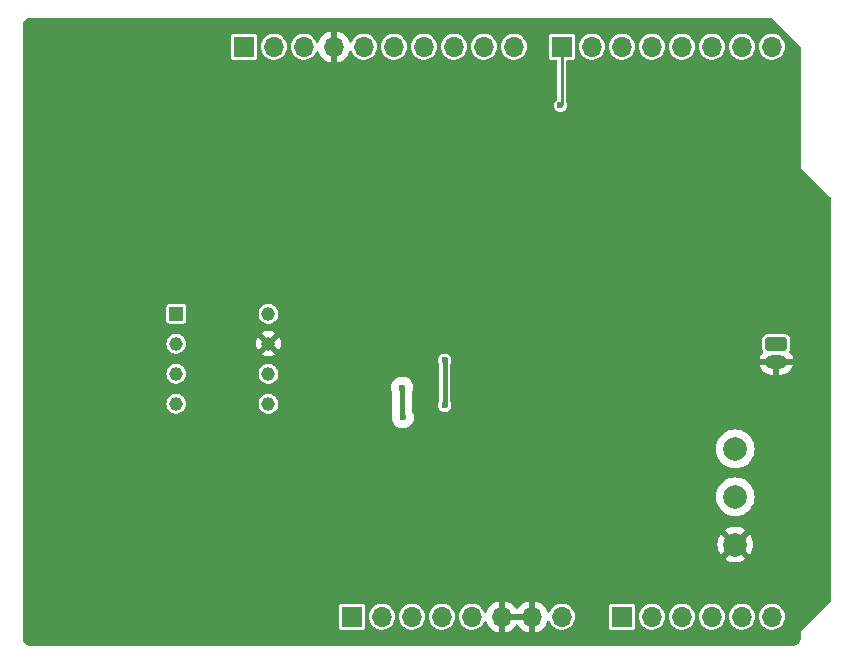
<source format=gbr>
%TF.GenerationSoftware,KiCad,Pcbnew,7.0.11-7.0.11~ubuntu22.04.1*%
%TF.CreationDate,2024-03-05T16:26:23-05:00*%
%TF.ProjectId,PCB,5043422e-6b69-4636-9164-5f7063625858,rev?*%
%TF.SameCoordinates,Original*%
%TF.FileFunction,Copper,L2,Bot*%
%TF.FilePolarity,Positive*%
%FSLAX46Y46*%
G04 Gerber Fmt 4.6, Leading zero omitted, Abs format (unit mm)*
G04 Created by KiCad (PCBNEW 7.0.11-7.0.11~ubuntu22.04.1) date 2024-03-05 16:26:23*
%MOMM*%
%LPD*%
G01*
G04 APERTURE LIST*
G04 Aperture macros list*
%AMRoundRect*
0 Rectangle with rounded corners*
0 $1 Rounding radius*
0 $2 $3 $4 $5 $6 $7 $8 $9 X,Y pos of 4 corners*
0 Add a 4 corners polygon primitive as box body*
4,1,4,$2,$3,$4,$5,$6,$7,$8,$9,$2,$3,0*
0 Add four circle primitives for the rounded corners*
1,1,$1+$1,$2,$3*
1,1,$1+$1,$4,$5*
1,1,$1+$1,$6,$7*
1,1,$1+$1,$8,$9*
0 Add four rect primitives between the rounded corners*
20,1,$1+$1,$2,$3,$4,$5,0*
20,1,$1+$1,$4,$5,$6,$7,0*
20,1,$1+$1,$6,$7,$8,$9,0*
20,1,$1+$1,$8,$9,$2,$3,0*%
G04 Aperture macros list end*
%TA.AperFunction,ComponentPad*%
%ADD10R,1.700000X1.700000*%
%TD*%
%TA.AperFunction,ComponentPad*%
%ADD11O,1.700000X1.700000*%
%TD*%
%TA.AperFunction,ComponentPad*%
%ADD12C,2.000000*%
%TD*%
%TA.AperFunction,ComponentPad*%
%ADD13R,1.159000X1.159000*%
%TD*%
%TA.AperFunction,ComponentPad*%
%ADD14C,1.159000*%
%TD*%
%TA.AperFunction,ComponentPad*%
%ADD15RoundRect,0.250000X-0.685000X0.335000X-0.685000X-0.335000X0.685000X-0.335000X0.685000X0.335000X0*%
%TD*%
%TA.AperFunction,ComponentPad*%
%ADD16O,1.870000X1.170000*%
%TD*%
%TA.AperFunction,ViaPad*%
%ADD17C,0.600000*%
%TD*%
%TA.AperFunction,Conductor*%
%ADD18C,0.250000*%
%TD*%
%TA.AperFunction,Conductor*%
%ADD19C,0.400000*%
%TD*%
G04 APERTURE END LIST*
D10*
%TO.P,J1,1,Pin_1*%
%TO.N,unconnected-(J1-Pin_1-Pad1)*%
X127940000Y-97460000D03*
D11*
%TO.P,J1,2,Pin_2*%
%TO.N,/IOREF*%
X130480000Y-97460000D03*
%TO.P,J1,3,Pin_3*%
%TO.N,/~{RESET}*%
X133020000Y-97460000D03*
%TO.P,J1,4,Pin_4*%
%TO.N,+3V3*%
X135560000Y-97460000D03*
%TO.P,J1,5,Pin_5*%
%TO.N,+5V*%
X138100000Y-97460000D03*
%TO.P,J1,6,Pin_6*%
%TO.N,GND*%
X140640000Y-97460000D03*
%TO.P,J1,7,Pin_7*%
X143180000Y-97460000D03*
%TO.P,J1,8,Pin_8*%
%TO.N,VCC*%
X145720000Y-97460000D03*
%TD*%
D10*
%TO.P,J3,1,Pin_1*%
%TO.N,/A0*%
X150800000Y-97460000D03*
D11*
%TO.P,J3,2,Pin_2*%
%TO.N,/A1*%
X153340000Y-97460000D03*
%TO.P,J3,3,Pin_3*%
%TO.N,/A2*%
X155880000Y-97460000D03*
%TO.P,J3,4,Pin_4*%
%TO.N,/A3*%
X158420000Y-97460000D03*
%TO.P,J3,5,Pin_5*%
%TO.N,/SDA{slash}A4*%
X160960000Y-97460000D03*
%TO.P,J3,6,Pin_6*%
%TO.N,/SCL{slash}A5*%
X163500000Y-97460000D03*
%TD*%
D10*
%TO.P,J2,1,Pin_1*%
%TO.N,unconnected-(J2-Pin_1-Pad1)*%
X118796000Y-49200000D03*
D11*
%TO.P,J2,2,Pin_2*%
%TO.N,unconnected-(J2-Pin_2-Pad2)*%
X121336000Y-49200000D03*
%TO.P,J2,3,Pin_3*%
%TO.N,/AREF*%
X123876000Y-49200000D03*
%TO.P,J2,4,Pin_4*%
%TO.N,GND*%
X126416000Y-49200000D03*
%TO.P,J2,5,Pin_5*%
%TO.N,/13*%
X128956000Y-49200000D03*
%TO.P,J2,6,Pin_6*%
%TO.N,/12*%
X131496000Y-49200000D03*
%TO.P,J2,7,Pin_7*%
%TO.N,/\u002A11*%
X134036000Y-49200000D03*
%TO.P,J2,8,Pin_8*%
%TO.N,/\u002A10*%
X136576000Y-49200000D03*
%TO.P,J2,9,Pin_9*%
%TO.N,/\u002A9*%
X139116000Y-49200000D03*
%TO.P,J2,10,Pin_10*%
%TO.N,/8*%
X141656000Y-49200000D03*
%TD*%
D10*
%TO.P,J4,1,Pin_1*%
%TO.N,/7*%
X145720000Y-49200000D03*
D11*
%TO.P,J4,2,Pin_2*%
%TO.N,/\u002A6*%
X148260000Y-49200000D03*
%TO.P,J4,3,Pin_3*%
%TO.N,/\u002A5*%
X150800000Y-49200000D03*
%TO.P,J4,4,Pin_4*%
%TO.N,/4*%
X153340000Y-49200000D03*
%TO.P,J4,5,Pin_5*%
%TO.N,/\u002A3*%
X155880000Y-49200000D03*
%TO.P,J4,6,Pin_6*%
%TO.N,/2*%
X158420000Y-49200000D03*
%TO.P,J4,7,Pin_7*%
%TO.N,/TX{slash}1*%
X160960000Y-49200000D03*
%TO.P,J4,8,Pin_8*%
%TO.N,/RX{slash}0*%
X163500000Y-49200000D03*
%TD*%
D12*
%TO.P,J8,1,Pin_1*%
%TO.N,GND*%
X160401200Y-91350000D03*
%TD*%
D13*
%TO.P,U1,1,Vdd*%
%TO.N,+5V*%
X113074500Y-71806000D03*
D14*
%TO.P,U1,2,~{CS}*%
%TO.N,/\u002A6*%
X113074500Y-74346000D03*
%TO.P,U1,3,SCK*%
%TO.N,/\u002A5*%
X113074500Y-76886000D03*
%TO.P,U1,4,SDI*%
%TO.N,/4*%
X113074500Y-79426000D03*
%TO.P,U1,5,~{LDAC}*%
%TO.N,/7*%
X120884500Y-79426000D03*
%TO.P,U1,6,Vref*%
%TO.N,Net-(U1-Vref)*%
X120884500Y-76886000D03*
%TO.P,U1,7,Vss*%
%TO.N,GND*%
X120884500Y-74346000D03*
%TO.P,U1,8,Vout*%
%TO.N,Net-(U1-Vout)*%
X120884500Y-71806000D03*
%TD*%
D12*
%TO.P,J5,1,Pin_1*%
%TO.N,HT*%
X160401200Y-83250000D03*
%TD*%
D15*
%TO.P,J6,1,Pin_1*%
%TO.N,Net-(J6-Pin_1)*%
X163881000Y-74370000D03*
D16*
%TO.P,J6,2,Pin_2*%
%TO.N,GND*%
X163881000Y-75870000D03*
%TD*%
D12*
%TO.P,J7,1,Pin_1*%
%TO.N,-VSW*%
X160401200Y-87300000D03*
%TD*%
D17*
%TO.N,GND*%
X137592000Y-73711000D03*
X123749000Y-75743000D03*
X119612858Y-67923858D03*
X145250500Y-78956500D03*
X123749000Y-75743000D03*
X123749000Y-67996000D03*
%TO.N,/7*%
X145593000Y-54153000D03*
%TO.N,Net-(C2-Pad1)*%
X135814000Y-79553000D03*
X135814000Y-75743000D03*
%TO.N,-VSW*%
X132219500Y-78067500D03*
X132258000Y-80569000D03*
%TD*%
D18*
%TO.N,/7*%
X145593000Y-54153000D02*
X145720000Y-54026000D01*
X145720000Y-54026000D02*
X145720000Y-49200000D01*
D19*
%TO.N,Net-(C2-Pad1)*%
X135814000Y-75743000D02*
X135814000Y-79553000D01*
%TO.N,-VSW*%
X132219500Y-80530500D02*
X132258000Y-80569000D01*
X132219500Y-78067500D02*
X132219500Y-80530500D01*
%TD*%
%TA.AperFunction,Conductor*%
%TO.N,GND*%
G36*
X142720507Y-97250156D02*
G01*
X142680000Y-97388111D01*
X142680000Y-97531889D01*
X142720507Y-97669844D01*
X142746314Y-97710000D01*
X141073686Y-97710000D01*
X141099493Y-97669844D01*
X141140000Y-97531889D01*
X141140000Y-97388111D01*
X141099493Y-97250156D01*
X141073686Y-97210000D01*
X142746314Y-97210000D01*
X142720507Y-97250156D01*
G37*
%TD.AperFunction*%
%TA.AperFunction,Conductor*%
G36*
X163484404Y-46755185D02*
G01*
X163505046Y-46771819D01*
X165928181Y-49194954D01*
X165961666Y-49256277D01*
X165964500Y-49282635D01*
X165964500Y-59315019D01*
X165961963Y-59334292D01*
X165964028Y-59357896D01*
X165964500Y-59368702D01*
X165964500Y-59373315D01*
X165965300Y-59377855D01*
X165966710Y-59388564D01*
X165967181Y-59393956D01*
X165971651Y-59403541D01*
X165978451Y-59411644D01*
X165978452Y-59411645D01*
X165979500Y-59412250D01*
X166005185Y-59431958D01*
X168468181Y-61894954D01*
X168501666Y-61956277D01*
X168504500Y-61982635D01*
X168504500Y-96107363D01*
X168484815Y-96174402D01*
X168468181Y-96195044D01*
X166018418Y-98644806D01*
X166003001Y-98656636D01*
X165987760Y-98674799D01*
X165980464Y-98682761D01*
X165977197Y-98686027D01*
X165974546Y-98689814D01*
X165967975Y-98698378D01*
X165964501Y-98702518D01*
X165960881Y-98712463D01*
X165959960Y-98722998D01*
X165960274Y-98724169D01*
X165964500Y-98756265D01*
X165964500Y-99231907D01*
X165963903Y-99244062D01*
X165952505Y-99359778D01*
X165947763Y-99383618D01*
X165917832Y-99482290D01*
X165915789Y-99489024D01*
X165906486Y-99511482D01*
X165854561Y-99608627D01*
X165841056Y-99628839D01*
X165771176Y-99713988D01*
X165753988Y-99731176D01*
X165668839Y-99801056D01*
X165648627Y-99814561D01*
X165551482Y-99866486D01*
X165529028Y-99875787D01*
X165487028Y-99888528D01*
X165423618Y-99907763D01*
X165399778Y-99912505D01*
X165291162Y-99923203D01*
X165284060Y-99923903D01*
X165271907Y-99924500D01*
X100768093Y-99924500D01*
X100755939Y-99923903D01*
X100747995Y-99923120D01*
X100640221Y-99912505D01*
X100616381Y-99907763D01*
X100599445Y-99902625D01*
X100510968Y-99875786D01*
X100488517Y-99866486D01*
X100391372Y-99814561D01*
X100371160Y-99801056D01*
X100286011Y-99731176D01*
X100268823Y-99713988D01*
X100198943Y-99628839D01*
X100185438Y-99608627D01*
X100133510Y-99511476D01*
X100124215Y-99489037D01*
X100092234Y-99383612D01*
X100087494Y-99359777D01*
X100076097Y-99244061D01*
X100075500Y-99231907D01*
X100075500Y-98335063D01*
X126835500Y-98335063D01*
X126850266Y-98409301D01*
X126906515Y-98493484D01*
X126940234Y-98516014D01*
X126990699Y-98549734D01*
X126990702Y-98549734D01*
X126990703Y-98549735D01*
X127015666Y-98554700D01*
X127064933Y-98564500D01*
X128815066Y-98564499D01*
X128889301Y-98549734D01*
X128973484Y-98493484D01*
X129029734Y-98409301D01*
X129044500Y-98335067D01*
X129044499Y-97460000D01*
X129370768Y-97460000D01*
X129389654Y-97663816D01*
X129445673Y-97860704D01*
X129536912Y-98043935D01*
X129660269Y-98207287D01*
X129811537Y-98345185D01*
X129811539Y-98345187D01*
X129985569Y-98452942D01*
X129985575Y-98452945D01*
X130026010Y-98468609D01*
X130176444Y-98526888D01*
X130377653Y-98564500D01*
X130377656Y-98564500D01*
X130582344Y-98564500D01*
X130582347Y-98564500D01*
X130783556Y-98526888D01*
X130974427Y-98452944D01*
X131148462Y-98345186D01*
X131299732Y-98207285D01*
X131423088Y-98043935D01*
X131514328Y-97860701D01*
X131570345Y-97663821D01*
X131589232Y-97460000D01*
X131910768Y-97460000D01*
X131929654Y-97663816D01*
X131985673Y-97860704D01*
X132076912Y-98043935D01*
X132200269Y-98207287D01*
X132351537Y-98345185D01*
X132351539Y-98345187D01*
X132525569Y-98452942D01*
X132525575Y-98452945D01*
X132566010Y-98468609D01*
X132716444Y-98526888D01*
X132917653Y-98564500D01*
X132917656Y-98564500D01*
X133122344Y-98564500D01*
X133122347Y-98564500D01*
X133323556Y-98526888D01*
X133514427Y-98452944D01*
X133688462Y-98345186D01*
X133839732Y-98207285D01*
X133963088Y-98043935D01*
X134054328Y-97860701D01*
X134110345Y-97663821D01*
X134129232Y-97460000D01*
X134450768Y-97460000D01*
X134469654Y-97663816D01*
X134525673Y-97860704D01*
X134616912Y-98043935D01*
X134740269Y-98207287D01*
X134891537Y-98345185D01*
X134891539Y-98345187D01*
X135065569Y-98452942D01*
X135065575Y-98452945D01*
X135106010Y-98468609D01*
X135256444Y-98526888D01*
X135457653Y-98564500D01*
X135457656Y-98564500D01*
X135662344Y-98564500D01*
X135662347Y-98564500D01*
X135863556Y-98526888D01*
X136054427Y-98452944D01*
X136228462Y-98345186D01*
X136379732Y-98207285D01*
X136503088Y-98043935D01*
X136594328Y-97860701D01*
X136650345Y-97663821D01*
X136669232Y-97460000D01*
X136990768Y-97460000D01*
X137009654Y-97663816D01*
X137065673Y-97860704D01*
X137156912Y-98043935D01*
X137280269Y-98207287D01*
X137431537Y-98345185D01*
X137431539Y-98345187D01*
X137605569Y-98452942D01*
X137605575Y-98452945D01*
X137646010Y-98468609D01*
X137796444Y-98526888D01*
X137997653Y-98564500D01*
X137997656Y-98564500D01*
X138202344Y-98564500D01*
X138202347Y-98564500D01*
X138403556Y-98526888D01*
X138594427Y-98452944D01*
X138768462Y-98345186D01*
X138919732Y-98207285D01*
X139043088Y-98043935D01*
X139128380Y-97872645D01*
X139175883Y-97821408D01*
X139243545Y-97803987D01*
X139309886Y-97825912D01*
X139353841Y-97880224D01*
X139359155Y-97895823D01*
X139366567Y-97923485D01*
X139366570Y-97923492D01*
X139466399Y-98137578D01*
X139601894Y-98331082D01*
X139768917Y-98498105D01*
X139962421Y-98633600D01*
X140176507Y-98733429D01*
X140176516Y-98733433D01*
X140390000Y-98790634D01*
X140390000Y-97895501D01*
X140497685Y-97944680D01*
X140604237Y-97960000D01*
X140675763Y-97960000D01*
X140782315Y-97944680D01*
X140890000Y-97895501D01*
X140890000Y-98790633D01*
X141103483Y-98733433D01*
X141103492Y-98733429D01*
X141317578Y-98633600D01*
X141511082Y-98498105D01*
X141678105Y-98331082D01*
X141808425Y-98144968D01*
X141863002Y-98101344D01*
X141932501Y-98094151D01*
X141994855Y-98125673D01*
X142011575Y-98144968D01*
X142141894Y-98331082D01*
X142308917Y-98498105D01*
X142502421Y-98633600D01*
X142716507Y-98733429D01*
X142716516Y-98733433D01*
X142930000Y-98790634D01*
X142930000Y-97895501D01*
X143037685Y-97944680D01*
X143144237Y-97960000D01*
X143215763Y-97960000D01*
X143322315Y-97944680D01*
X143430000Y-97895501D01*
X143430000Y-98790633D01*
X143643483Y-98733433D01*
X143643492Y-98733429D01*
X143857578Y-98633600D01*
X144051082Y-98498105D01*
X144218105Y-98331082D01*
X144353600Y-98137578D01*
X144453429Y-97923492D01*
X144453435Y-97923478D01*
X144460844Y-97895826D01*
X144497207Y-97836165D01*
X144560054Y-97805634D01*
X144629429Y-97813928D01*
X144683308Y-97858412D01*
X144691619Y-97872645D01*
X144776912Y-98043935D01*
X144900269Y-98207287D01*
X145051537Y-98345185D01*
X145051539Y-98345187D01*
X145225569Y-98452942D01*
X145225575Y-98452945D01*
X145266010Y-98468609D01*
X145416444Y-98526888D01*
X145617653Y-98564500D01*
X145617656Y-98564500D01*
X145822344Y-98564500D01*
X145822347Y-98564500D01*
X146023556Y-98526888D01*
X146214427Y-98452944D01*
X146388462Y-98345186D01*
X146399566Y-98335063D01*
X149695500Y-98335063D01*
X149710266Y-98409301D01*
X149766515Y-98493484D01*
X149800234Y-98516014D01*
X149850699Y-98549734D01*
X149850702Y-98549734D01*
X149850703Y-98549735D01*
X149875666Y-98554700D01*
X149924933Y-98564500D01*
X151675066Y-98564499D01*
X151749301Y-98549734D01*
X151833484Y-98493484D01*
X151889734Y-98409301D01*
X151904500Y-98335067D01*
X151904499Y-97460000D01*
X152230768Y-97460000D01*
X152249654Y-97663816D01*
X152305673Y-97860704D01*
X152396912Y-98043935D01*
X152520269Y-98207287D01*
X152671537Y-98345185D01*
X152671539Y-98345187D01*
X152845569Y-98452942D01*
X152845575Y-98452945D01*
X152886010Y-98468609D01*
X153036444Y-98526888D01*
X153237653Y-98564500D01*
X153237656Y-98564500D01*
X153442344Y-98564500D01*
X153442347Y-98564500D01*
X153643556Y-98526888D01*
X153834427Y-98452944D01*
X154008462Y-98345186D01*
X154159732Y-98207285D01*
X154283088Y-98043935D01*
X154374328Y-97860701D01*
X154430345Y-97663821D01*
X154449232Y-97460000D01*
X154770768Y-97460000D01*
X154789654Y-97663816D01*
X154845673Y-97860704D01*
X154936912Y-98043935D01*
X155060269Y-98207287D01*
X155211537Y-98345185D01*
X155211539Y-98345187D01*
X155385569Y-98452942D01*
X155385575Y-98452945D01*
X155426010Y-98468609D01*
X155576444Y-98526888D01*
X155777653Y-98564500D01*
X155777656Y-98564500D01*
X155982344Y-98564500D01*
X155982347Y-98564500D01*
X156183556Y-98526888D01*
X156374427Y-98452944D01*
X156548462Y-98345186D01*
X156699732Y-98207285D01*
X156823088Y-98043935D01*
X156914328Y-97860701D01*
X156970345Y-97663821D01*
X156989232Y-97460000D01*
X157310768Y-97460000D01*
X157329654Y-97663816D01*
X157385673Y-97860704D01*
X157476912Y-98043935D01*
X157600269Y-98207287D01*
X157751537Y-98345185D01*
X157751539Y-98345187D01*
X157925569Y-98452942D01*
X157925575Y-98452945D01*
X157966010Y-98468609D01*
X158116444Y-98526888D01*
X158317653Y-98564500D01*
X158317656Y-98564500D01*
X158522344Y-98564500D01*
X158522347Y-98564500D01*
X158723556Y-98526888D01*
X158914427Y-98452944D01*
X159088462Y-98345186D01*
X159239732Y-98207285D01*
X159363088Y-98043935D01*
X159454328Y-97860701D01*
X159510345Y-97663821D01*
X159529232Y-97460000D01*
X159850768Y-97460000D01*
X159869654Y-97663816D01*
X159925673Y-97860704D01*
X160016912Y-98043935D01*
X160140269Y-98207287D01*
X160291537Y-98345185D01*
X160291539Y-98345187D01*
X160465569Y-98452942D01*
X160465575Y-98452945D01*
X160506010Y-98468609D01*
X160656444Y-98526888D01*
X160857653Y-98564500D01*
X160857656Y-98564500D01*
X161062344Y-98564500D01*
X161062347Y-98564500D01*
X161263556Y-98526888D01*
X161454427Y-98452944D01*
X161628462Y-98345186D01*
X161779732Y-98207285D01*
X161903088Y-98043935D01*
X161994328Y-97860701D01*
X162050345Y-97663821D01*
X162069232Y-97460000D01*
X162390768Y-97460000D01*
X162409654Y-97663816D01*
X162465673Y-97860704D01*
X162556912Y-98043935D01*
X162680269Y-98207287D01*
X162831537Y-98345185D01*
X162831539Y-98345187D01*
X163005569Y-98452942D01*
X163005575Y-98452945D01*
X163046010Y-98468609D01*
X163196444Y-98526888D01*
X163397653Y-98564500D01*
X163397656Y-98564500D01*
X163602344Y-98564500D01*
X163602347Y-98564500D01*
X163803556Y-98526888D01*
X163994427Y-98452944D01*
X164168462Y-98345186D01*
X164319732Y-98207285D01*
X164443088Y-98043935D01*
X164534328Y-97860701D01*
X164590345Y-97663821D01*
X164609232Y-97460000D01*
X164590345Y-97256179D01*
X164534328Y-97059299D01*
X164443088Y-96876065D01*
X164319732Y-96712715D01*
X164319730Y-96712712D01*
X164168462Y-96574814D01*
X164168460Y-96574812D01*
X163994430Y-96467057D01*
X163994424Y-96467054D01*
X163843993Y-96408777D01*
X163803556Y-96393112D01*
X163602347Y-96355500D01*
X163397653Y-96355500D01*
X163196444Y-96393112D01*
X163196441Y-96393112D01*
X163196441Y-96393113D01*
X163005575Y-96467054D01*
X163005569Y-96467057D01*
X162831539Y-96574812D01*
X162831537Y-96574814D01*
X162680269Y-96712712D01*
X162556912Y-96876064D01*
X162465673Y-97059295D01*
X162409654Y-97256183D01*
X162390768Y-97459999D01*
X162390768Y-97460000D01*
X162069232Y-97460000D01*
X162050345Y-97256179D01*
X161994328Y-97059299D01*
X161903088Y-96876065D01*
X161779732Y-96712715D01*
X161779730Y-96712712D01*
X161628462Y-96574814D01*
X161628460Y-96574812D01*
X161454430Y-96467057D01*
X161454424Y-96467054D01*
X161303993Y-96408777D01*
X161263556Y-96393112D01*
X161062347Y-96355500D01*
X160857653Y-96355500D01*
X160656444Y-96393112D01*
X160656441Y-96393112D01*
X160656441Y-96393113D01*
X160465575Y-96467054D01*
X160465569Y-96467057D01*
X160291539Y-96574812D01*
X160291537Y-96574814D01*
X160140269Y-96712712D01*
X160016912Y-96876064D01*
X159925673Y-97059295D01*
X159869654Y-97256183D01*
X159850768Y-97459999D01*
X159850768Y-97460000D01*
X159529232Y-97460000D01*
X159510345Y-97256179D01*
X159454328Y-97059299D01*
X159363088Y-96876065D01*
X159239732Y-96712715D01*
X159239730Y-96712712D01*
X159088462Y-96574814D01*
X159088460Y-96574812D01*
X158914430Y-96467057D01*
X158914424Y-96467054D01*
X158763993Y-96408777D01*
X158723556Y-96393112D01*
X158522347Y-96355500D01*
X158317653Y-96355500D01*
X158116444Y-96393112D01*
X158116441Y-96393112D01*
X158116441Y-96393113D01*
X157925575Y-96467054D01*
X157925569Y-96467057D01*
X157751539Y-96574812D01*
X157751537Y-96574814D01*
X157600269Y-96712712D01*
X157476912Y-96876064D01*
X157385673Y-97059295D01*
X157329654Y-97256183D01*
X157310768Y-97459999D01*
X157310768Y-97460000D01*
X156989232Y-97460000D01*
X156970345Y-97256179D01*
X156914328Y-97059299D01*
X156823088Y-96876065D01*
X156699732Y-96712715D01*
X156699730Y-96712712D01*
X156548462Y-96574814D01*
X156548460Y-96574812D01*
X156374430Y-96467057D01*
X156374424Y-96467054D01*
X156223993Y-96408777D01*
X156183556Y-96393112D01*
X155982347Y-96355500D01*
X155777653Y-96355500D01*
X155576444Y-96393112D01*
X155576441Y-96393112D01*
X155576441Y-96393113D01*
X155385575Y-96467054D01*
X155385569Y-96467057D01*
X155211539Y-96574812D01*
X155211537Y-96574814D01*
X155060269Y-96712712D01*
X154936912Y-96876064D01*
X154845673Y-97059295D01*
X154789654Y-97256183D01*
X154770768Y-97459999D01*
X154770768Y-97460000D01*
X154449232Y-97460000D01*
X154430345Y-97256179D01*
X154374328Y-97059299D01*
X154283088Y-96876065D01*
X154159732Y-96712715D01*
X154159730Y-96712712D01*
X154008462Y-96574814D01*
X154008460Y-96574812D01*
X153834430Y-96467057D01*
X153834424Y-96467054D01*
X153683993Y-96408777D01*
X153643556Y-96393112D01*
X153442347Y-96355500D01*
X153237653Y-96355500D01*
X153036444Y-96393112D01*
X153036441Y-96393112D01*
X153036441Y-96393113D01*
X152845575Y-96467054D01*
X152845569Y-96467057D01*
X152671539Y-96574812D01*
X152671537Y-96574814D01*
X152520269Y-96712712D01*
X152396912Y-96876064D01*
X152305673Y-97059295D01*
X152249654Y-97256183D01*
X152230768Y-97459999D01*
X152230768Y-97460000D01*
X151904499Y-97460000D01*
X151904499Y-96584934D01*
X151889734Y-96510699D01*
X151860571Y-96467054D01*
X151833484Y-96426515D01*
X151783019Y-96392796D01*
X151749301Y-96370266D01*
X151749299Y-96370265D01*
X151749296Y-96370264D01*
X151675069Y-96355500D01*
X149924936Y-96355500D01*
X149850698Y-96370266D01*
X149766515Y-96426515D01*
X149710266Y-96510699D01*
X149710264Y-96510703D01*
X149695500Y-96584928D01*
X149695500Y-98335063D01*
X146399566Y-98335063D01*
X146539732Y-98207285D01*
X146663088Y-98043935D01*
X146754328Y-97860701D01*
X146810345Y-97663821D01*
X146829232Y-97460000D01*
X146810345Y-97256179D01*
X146754328Y-97059299D01*
X146663088Y-96876065D01*
X146539732Y-96712715D01*
X146539730Y-96712712D01*
X146388462Y-96574814D01*
X146388460Y-96574812D01*
X146214430Y-96467057D01*
X146214424Y-96467054D01*
X146063993Y-96408777D01*
X146023556Y-96393112D01*
X145822347Y-96355500D01*
X145617653Y-96355500D01*
X145416444Y-96393112D01*
X145416441Y-96393112D01*
X145416441Y-96393113D01*
X145225575Y-96467054D01*
X145225569Y-96467057D01*
X145051539Y-96574812D01*
X145051537Y-96574814D01*
X144900269Y-96712712D01*
X144776912Y-96876064D01*
X144691619Y-97047354D01*
X144644116Y-97098591D01*
X144576453Y-97116012D01*
X144510112Y-97094086D01*
X144466158Y-97039775D01*
X144460844Y-97024174D01*
X144453434Y-96996518D01*
X144453429Y-96996507D01*
X144353600Y-96782422D01*
X144353599Y-96782420D01*
X144218113Y-96588926D01*
X144218108Y-96588920D01*
X144051082Y-96421894D01*
X143857578Y-96286399D01*
X143643492Y-96186570D01*
X143643486Y-96186567D01*
X143430000Y-96129364D01*
X143430000Y-97024498D01*
X143322315Y-96975320D01*
X143215763Y-96960000D01*
X143144237Y-96960000D01*
X143037685Y-96975320D01*
X142930000Y-97024498D01*
X142930000Y-96129364D01*
X142929999Y-96129364D01*
X142716513Y-96186567D01*
X142716507Y-96186570D01*
X142502422Y-96286399D01*
X142502420Y-96286400D01*
X142308926Y-96421886D01*
X142308920Y-96421891D01*
X142141891Y-96588920D01*
X142141890Y-96588922D01*
X142011575Y-96775031D01*
X141956998Y-96818655D01*
X141887499Y-96825848D01*
X141825145Y-96794326D01*
X141808425Y-96775031D01*
X141678109Y-96588922D01*
X141678108Y-96588920D01*
X141511082Y-96421894D01*
X141317578Y-96286399D01*
X141103492Y-96186570D01*
X141103486Y-96186567D01*
X140890000Y-96129364D01*
X140890000Y-97024498D01*
X140782315Y-96975320D01*
X140675763Y-96960000D01*
X140604237Y-96960000D01*
X140497685Y-96975320D01*
X140390000Y-97024498D01*
X140390000Y-96129364D01*
X140389999Y-96129364D01*
X140176513Y-96186567D01*
X140176507Y-96186570D01*
X139962422Y-96286399D01*
X139962420Y-96286400D01*
X139768926Y-96421886D01*
X139768920Y-96421891D01*
X139601891Y-96588920D01*
X139601886Y-96588926D01*
X139466400Y-96782420D01*
X139466399Y-96782422D01*
X139366570Y-96996507D01*
X139366564Y-96996522D01*
X139359154Y-97024177D01*
X139322788Y-97083837D01*
X139259941Y-97114365D01*
X139190566Y-97106070D01*
X139136688Y-97061583D01*
X139128380Y-97047354D01*
X139116838Y-97024174D01*
X139043088Y-96876065D01*
X138919732Y-96712715D01*
X138919730Y-96712712D01*
X138768462Y-96574814D01*
X138768460Y-96574812D01*
X138594430Y-96467057D01*
X138594424Y-96467054D01*
X138443993Y-96408777D01*
X138403556Y-96393112D01*
X138202347Y-96355500D01*
X137997653Y-96355500D01*
X137796444Y-96393112D01*
X137796441Y-96393112D01*
X137796441Y-96393113D01*
X137605575Y-96467054D01*
X137605569Y-96467057D01*
X137431539Y-96574812D01*
X137431537Y-96574814D01*
X137280269Y-96712712D01*
X137156912Y-96876064D01*
X137065673Y-97059295D01*
X137009654Y-97256183D01*
X136990768Y-97459999D01*
X136990768Y-97460000D01*
X136669232Y-97460000D01*
X136650345Y-97256179D01*
X136594328Y-97059299D01*
X136503088Y-96876065D01*
X136379732Y-96712715D01*
X136379730Y-96712712D01*
X136228462Y-96574814D01*
X136228460Y-96574812D01*
X136054430Y-96467057D01*
X136054424Y-96467054D01*
X135903993Y-96408777D01*
X135863556Y-96393112D01*
X135662347Y-96355500D01*
X135457653Y-96355500D01*
X135256444Y-96393112D01*
X135256441Y-96393112D01*
X135256441Y-96393113D01*
X135065575Y-96467054D01*
X135065569Y-96467057D01*
X134891539Y-96574812D01*
X134891537Y-96574814D01*
X134740269Y-96712712D01*
X134616912Y-96876064D01*
X134525673Y-97059295D01*
X134469654Y-97256183D01*
X134450768Y-97459999D01*
X134450768Y-97460000D01*
X134129232Y-97460000D01*
X134110345Y-97256179D01*
X134054328Y-97059299D01*
X133963088Y-96876065D01*
X133839732Y-96712715D01*
X133839730Y-96712712D01*
X133688462Y-96574814D01*
X133688460Y-96574812D01*
X133514430Y-96467057D01*
X133514424Y-96467054D01*
X133363993Y-96408777D01*
X133323556Y-96393112D01*
X133122347Y-96355500D01*
X132917653Y-96355500D01*
X132716444Y-96393112D01*
X132716441Y-96393112D01*
X132716441Y-96393113D01*
X132525575Y-96467054D01*
X132525569Y-96467057D01*
X132351539Y-96574812D01*
X132351537Y-96574814D01*
X132200269Y-96712712D01*
X132076912Y-96876064D01*
X131985673Y-97059295D01*
X131929654Y-97256183D01*
X131910768Y-97459999D01*
X131910768Y-97460000D01*
X131589232Y-97460000D01*
X131570345Y-97256179D01*
X131514328Y-97059299D01*
X131423088Y-96876065D01*
X131299732Y-96712715D01*
X131299730Y-96712712D01*
X131148462Y-96574814D01*
X131148460Y-96574812D01*
X130974430Y-96467057D01*
X130974424Y-96467054D01*
X130823993Y-96408777D01*
X130783556Y-96393112D01*
X130582347Y-96355500D01*
X130377653Y-96355500D01*
X130176444Y-96393112D01*
X130176441Y-96393112D01*
X130176441Y-96393113D01*
X129985575Y-96467054D01*
X129985569Y-96467057D01*
X129811539Y-96574812D01*
X129811537Y-96574814D01*
X129660269Y-96712712D01*
X129536912Y-96876064D01*
X129445673Y-97059295D01*
X129389654Y-97256183D01*
X129370768Y-97459999D01*
X129370768Y-97460000D01*
X129044499Y-97460000D01*
X129044499Y-96584934D01*
X129029734Y-96510699D01*
X129000571Y-96467054D01*
X128973484Y-96426515D01*
X128923019Y-96392796D01*
X128889301Y-96370266D01*
X128889299Y-96370265D01*
X128889296Y-96370264D01*
X128815069Y-96355500D01*
X127064936Y-96355500D01*
X126990698Y-96370266D01*
X126906515Y-96426515D01*
X126850266Y-96510699D01*
X126850264Y-96510703D01*
X126835500Y-96584928D01*
X126835500Y-98335063D01*
X100075500Y-98335063D01*
X100075500Y-91350005D01*
X158896059Y-91350005D01*
X158916585Y-91597729D01*
X158916587Y-91597738D01*
X158977612Y-91838717D01*
X159077466Y-92066364D01*
X159177764Y-92219882D01*
X159918123Y-91479523D01*
X159941707Y-91559844D01*
X160019439Y-91680798D01*
X160128100Y-91774952D01*
X160258885Y-91834680D01*
X160268666Y-91836086D01*
X159531142Y-92573609D01*
X159577968Y-92610055D01*
X159577970Y-92610056D01*
X159796585Y-92728364D01*
X159796596Y-92728369D01*
X160031706Y-92809083D01*
X160276907Y-92850000D01*
X160525493Y-92850000D01*
X160770693Y-92809083D01*
X161005803Y-92728369D01*
X161005814Y-92728364D01*
X161224428Y-92610057D01*
X161224431Y-92610055D01*
X161271256Y-92573609D01*
X160533733Y-91836086D01*
X160543515Y-91834680D01*
X160674300Y-91774952D01*
X160782961Y-91680798D01*
X160860693Y-91559844D01*
X160884276Y-91479524D01*
X161624634Y-92219882D01*
X161724931Y-92066369D01*
X161824787Y-91838717D01*
X161885812Y-91597738D01*
X161885814Y-91597729D01*
X161906341Y-91350005D01*
X161906341Y-91349994D01*
X161885814Y-91102270D01*
X161885812Y-91102261D01*
X161824787Y-90861282D01*
X161724931Y-90633630D01*
X161624634Y-90480116D01*
X160884276Y-91220475D01*
X160860693Y-91140156D01*
X160782961Y-91019202D01*
X160674300Y-90925048D01*
X160543515Y-90865320D01*
X160533734Y-90863913D01*
X161271257Y-90126390D01*
X161271256Y-90126389D01*
X161224429Y-90089943D01*
X161005814Y-89971635D01*
X161005803Y-89971630D01*
X160770693Y-89890916D01*
X160525493Y-89850000D01*
X160276907Y-89850000D01*
X160031706Y-89890916D01*
X159796596Y-89971630D01*
X159796590Y-89971632D01*
X159577961Y-90089949D01*
X159531142Y-90126388D01*
X159531142Y-90126390D01*
X160268666Y-90863913D01*
X160258885Y-90865320D01*
X160128100Y-90925048D01*
X160019439Y-91019202D01*
X159941707Y-91140156D01*
X159918123Y-91220475D01*
X159177764Y-90480116D01*
X159077467Y-90633632D01*
X158977612Y-90861282D01*
X158916587Y-91102261D01*
X158916585Y-91102270D01*
X158896059Y-91349994D01*
X158896059Y-91350005D01*
X100075500Y-91350005D01*
X100075500Y-87300000D01*
X158760643Y-87300000D01*
X158780841Y-87556641D01*
X158840939Y-87806964D01*
X158939450Y-88044793D01*
X158939452Y-88044796D01*
X159073959Y-88264292D01*
X159073963Y-88264297D01*
X159149748Y-88353030D01*
X159241151Y-88460049D01*
X159366453Y-88567066D01*
X159436902Y-88627236D01*
X159436907Y-88627240D01*
X159656403Y-88761747D01*
X159656406Y-88761749D01*
X159894235Y-88860260D01*
X159894240Y-88860262D01*
X160144560Y-88920359D01*
X160401200Y-88940557D01*
X160657840Y-88920359D01*
X160908160Y-88860262D01*
X161027078Y-88811004D01*
X161145993Y-88761749D01*
X161145994Y-88761748D01*
X161145997Y-88761747D01*
X161365495Y-88627238D01*
X161561249Y-88460049D01*
X161728438Y-88264295D01*
X161862947Y-88044797D01*
X161961462Y-87806960D01*
X162021559Y-87556640D01*
X162041757Y-87300000D01*
X162021559Y-87043360D01*
X161961462Y-86793040D01*
X161961460Y-86793035D01*
X161862949Y-86555206D01*
X161862947Y-86555203D01*
X161728440Y-86335707D01*
X161728436Y-86335702D01*
X161668266Y-86265253D01*
X161561249Y-86139951D01*
X161454230Y-86048548D01*
X161365497Y-85972763D01*
X161365492Y-85972759D01*
X161145996Y-85838252D01*
X161145993Y-85838250D01*
X160908164Y-85739739D01*
X160657841Y-85679641D01*
X160401200Y-85659443D01*
X160144558Y-85679641D01*
X159894235Y-85739739D01*
X159656406Y-85838250D01*
X159656403Y-85838252D01*
X159436907Y-85972759D01*
X159436902Y-85972763D01*
X159241151Y-86139951D01*
X159073963Y-86335702D01*
X159073959Y-86335707D01*
X158939452Y-86555203D01*
X158939450Y-86555206D01*
X158840939Y-86793035D01*
X158780841Y-87043358D01*
X158760643Y-87300000D01*
X100075500Y-87300000D01*
X100075500Y-83250000D01*
X158760643Y-83250000D01*
X158780841Y-83506641D01*
X158840939Y-83756964D01*
X158939450Y-83994793D01*
X158939452Y-83994796D01*
X159073959Y-84214292D01*
X159073963Y-84214297D01*
X159149748Y-84303030D01*
X159241151Y-84410049D01*
X159366453Y-84517066D01*
X159436902Y-84577236D01*
X159436907Y-84577240D01*
X159656403Y-84711747D01*
X159656406Y-84711749D01*
X159894235Y-84810260D01*
X159894240Y-84810262D01*
X160144560Y-84870359D01*
X160401200Y-84890557D01*
X160657840Y-84870359D01*
X160908160Y-84810262D01*
X161027078Y-84761004D01*
X161145993Y-84711749D01*
X161145994Y-84711748D01*
X161145997Y-84711747D01*
X161365495Y-84577238D01*
X161561249Y-84410049D01*
X161728438Y-84214295D01*
X161862947Y-83994797D01*
X161961462Y-83756960D01*
X162021559Y-83506640D01*
X162041757Y-83250000D01*
X162021559Y-82993360D01*
X161961462Y-82743040D01*
X161961460Y-82743035D01*
X161862949Y-82505206D01*
X161862947Y-82505203D01*
X161728440Y-82285707D01*
X161728436Y-82285702D01*
X161668266Y-82215253D01*
X161561249Y-82089951D01*
X161454230Y-81998548D01*
X161365497Y-81922763D01*
X161365492Y-81922759D01*
X161145996Y-81788252D01*
X161145993Y-81788250D01*
X160908164Y-81689739D01*
X160657841Y-81629641D01*
X160401200Y-81609443D01*
X160144558Y-81629641D01*
X159894235Y-81689739D01*
X159656406Y-81788250D01*
X159656403Y-81788252D01*
X159436907Y-81922759D01*
X159436902Y-81922763D01*
X159241151Y-82089951D01*
X159073963Y-82285702D01*
X159073959Y-82285707D01*
X158939452Y-82505203D01*
X158939450Y-82505206D01*
X158840939Y-82743035D01*
X158780841Y-82993358D01*
X158760643Y-83250000D01*
X100075500Y-83250000D01*
X100075500Y-79426000D01*
X112235906Y-79426000D01*
X112254231Y-79600354D01*
X112254232Y-79600356D01*
X112308403Y-79767081D01*
X112308406Y-79767087D01*
X112396062Y-79918912D01*
X112513365Y-80049192D01*
X112513368Y-80049194D01*
X112513371Y-80049197D01*
X112593230Y-80107218D01*
X112655204Y-80152245D01*
X112716683Y-80179616D01*
X112815360Y-80223550D01*
X112986843Y-80260000D01*
X113162157Y-80260000D01*
X113333640Y-80223550D01*
X113493797Y-80152244D01*
X113635629Y-80049197D01*
X113646293Y-80037354D01*
X113726321Y-79948473D01*
X113752937Y-79918913D01*
X113840594Y-79767087D01*
X113894769Y-79600353D01*
X113913094Y-79426000D01*
X120045906Y-79426000D01*
X120064231Y-79600354D01*
X120064232Y-79600356D01*
X120118403Y-79767081D01*
X120118406Y-79767087D01*
X120206062Y-79918912D01*
X120323365Y-80049192D01*
X120323368Y-80049194D01*
X120323371Y-80049197D01*
X120403230Y-80107218D01*
X120465204Y-80152245D01*
X120526683Y-80179616D01*
X120625360Y-80223550D01*
X120796843Y-80260000D01*
X120972157Y-80260000D01*
X121143640Y-80223550D01*
X121303797Y-80152244D01*
X121445629Y-80049197D01*
X121456293Y-80037354D01*
X121536321Y-79948473D01*
X121562937Y-79918913D01*
X121650594Y-79767087D01*
X121704769Y-79600353D01*
X121723094Y-79426000D01*
X121704769Y-79251647D01*
X121650594Y-79084913D01*
X121562937Y-78933087D01*
X121445634Y-78802807D01*
X121445631Y-78802805D01*
X121445630Y-78802804D01*
X121445629Y-78802803D01*
X121374713Y-78751279D01*
X121303795Y-78699754D01*
X121180836Y-78645010D01*
X121143640Y-78628450D01*
X121143638Y-78628449D01*
X120972157Y-78592000D01*
X120796843Y-78592000D01*
X120625362Y-78628449D01*
X120465204Y-78699754D01*
X120323368Y-78802805D01*
X120323365Y-78802807D01*
X120206062Y-78933087D01*
X120118406Y-79084912D01*
X120118403Y-79084918D01*
X120064232Y-79251643D01*
X120064231Y-79251645D01*
X120045906Y-79426000D01*
X113913094Y-79426000D01*
X113894769Y-79251647D01*
X113840594Y-79084913D01*
X113752937Y-78933087D01*
X113635634Y-78802807D01*
X113635631Y-78802805D01*
X113635630Y-78802804D01*
X113635629Y-78802803D01*
X113564713Y-78751279D01*
X113493795Y-78699754D01*
X113370836Y-78645010D01*
X113333640Y-78628450D01*
X113333638Y-78628449D01*
X113162157Y-78592000D01*
X112986843Y-78592000D01*
X112815362Y-78628449D01*
X112655204Y-78699754D01*
X112513368Y-78802805D01*
X112513365Y-78802807D01*
X112396062Y-78933087D01*
X112308406Y-79084912D01*
X112308403Y-79084918D01*
X112254232Y-79251643D01*
X112254231Y-79251645D01*
X112235906Y-79426000D01*
X100075500Y-79426000D01*
X100075500Y-78067500D01*
X131278847Y-78067500D01*
X131299403Y-78263075D01*
X131299404Y-78263077D01*
X131360168Y-78450092D01*
X131360171Y-78450098D01*
X131367387Y-78462596D01*
X131384000Y-78524596D01*
X131384000Y-80211914D01*
X131377931Y-80250231D01*
X131337904Y-80373423D01*
X131337903Y-80373427D01*
X131317347Y-80569000D01*
X131337903Y-80764575D01*
X131337904Y-80764577D01*
X131398668Y-80951592D01*
X131398671Y-80951598D01*
X131496995Y-81121901D01*
X131628574Y-81268036D01*
X131628577Y-81268038D01*
X131628580Y-81268041D01*
X131787673Y-81383629D01*
X131967317Y-81463612D01*
X131967322Y-81463614D01*
X132159675Y-81504500D01*
X132356325Y-81504500D01*
X132548678Y-81463614D01*
X132728327Y-81383629D01*
X132887420Y-81268041D01*
X133019004Y-81121902D01*
X133117329Y-80951598D01*
X133178097Y-80764573D01*
X133198653Y-80569000D01*
X133178097Y-80373427D01*
X133117329Y-80186402D01*
X133071613Y-80107218D01*
X133055000Y-80045218D01*
X133055000Y-79553001D01*
X135254715Y-79553001D01*
X135273771Y-79697752D01*
X135273773Y-79697757D01*
X135329642Y-79832638D01*
X135329645Y-79832644D01*
X135418525Y-79948473D01*
X135418526Y-79948474D01*
X135534355Y-80037354D01*
X135534361Y-80037357D01*
X135562946Y-80049197D01*
X135669246Y-80093228D01*
X135741623Y-80102756D01*
X135813999Y-80112285D01*
X135814000Y-80112285D01*
X135814001Y-80112285D01*
X135862251Y-80105932D01*
X135958754Y-80093228D01*
X136093643Y-80037355D01*
X136209474Y-79948474D01*
X136298355Y-79832643D01*
X136354228Y-79697754D01*
X136373285Y-79553000D01*
X136354228Y-79408246D01*
X136298355Y-79273358D01*
X136294122Y-79267841D01*
X136268930Y-79202671D01*
X136268500Y-79192357D01*
X136268500Y-76103642D01*
X136288185Y-76036603D01*
X136294119Y-76028163D01*
X136298355Y-76022643D01*
X136354228Y-75887754D01*
X136373285Y-75743000D01*
X136357092Y-75620000D01*
X162470788Y-75620000D01*
X163523043Y-75620000D01*
X163471497Y-75709282D01*
X163442317Y-75837125D01*
X163452117Y-75967890D01*
X163500024Y-76089956D01*
X163523983Y-76120000D01*
X162475178Y-76120000D01*
X162501012Y-76226486D01*
X162587086Y-76414961D01*
X162587088Y-76414965D01*
X162707285Y-76583759D01*
X162857247Y-76726747D01*
X163031562Y-76838772D01*
X163223931Y-76915785D01*
X163427394Y-76955000D01*
X163631000Y-76955000D01*
X163631000Y-76226034D01*
X163690129Y-76266348D01*
X163815434Y-76305000D01*
X163913596Y-76305000D01*
X164010667Y-76290369D01*
X164128812Y-76233473D01*
X164131000Y-76231442D01*
X164131000Y-76955000D01*
X164282686Y-76955000D01*
X164437261Y-76940239D01*
X164437278Y-76940236D01*
X164636084Y-76881862D01*
X164820267Y-76786909D01*
X164983138Y-76658825D01*
X164983141Y-76658822D01*
X165118837Y-76502221D01*
X165222439Y-76322776D01*
X165290209Y-76126967D01*
X165290210Y-76126961D01*
X165291212Y-76120000D01*
X164238957Y-76120000D01*
X164290503Y-76030718D01*
X164319683Y-75902875D01*
X164309883Y-75772110D01*
X164261976Y-75650044D01*
X164238017Y-75620000D01*
X165286821Y-75620000D01*
X165260987Y-75513513D01*
X165174913Y-75325038D01*
X165174911Y-75325034D01*
X165054713Y-75156239D01*
X165019817Y-75122965D01*
X164984883Y-75062456D01*
X164988208Y-74992665D01*
X165006120Y-74958914D01*
X165013342Y-74949267D01*
X165064040Y-74813342D01*
X165066800Y-74787664D01*
X165070499Y-74753271D01*
X165070499Y-74753264D01*
X165070500Y-74753255D01*
X165070499Y-73986746D01*
X165064040Y-73926658D01*
X165013342Y-73790733D01*
X164962491Y-73722803D01*
X164926404Y-73674595D01*
X164849126Y-73616747D01*
X164810267Y-73587658D01*
X164674342Y-73536960D01*
X164674338Y-73536959D01*
X164614262Y-73530500D01*
X163147748Y-73530500D01*
X163147742Y-73530501D01*
X163087655Y-73536960D01*
X162951738Y-73587655D01*
X162951730Y-73587660D01*
X162835595Y-73674595D01*
X162758961Y-73776969D01*
X162748658Y-73790733D01*
X162697960Y-73926658D01*
X162697959Y-73926662D01*
X162691500Y-73986728D01*
X162691500Y-74753251D01*
X162691501Y-74753257D01*
X162697960Y-74813344D01*
X162748655Y-74949261D01*
X162748659Y-74949268D01*
X162755753Y-74958745D01*
X162780167Y-75024210D01*
X162765313Y-75092483D01*
X162750196Y-75114254D01*
X162643164Y-75237775D01*
X162539560Y-75417223D01*
X162471790Y-75613032D01*
X162471789Y-75613038D01*
X162470788Y-75620000D01*
X136357092Y-75620000D01*
X136354228Y-75598246D01*
X136298355Y-75463358D01*
X136209474Y-75347526D01*
X136093643Y-75258645D01*
X136093640Y-75258644D01*
X136093638Y-75258642D01*
X135958757Y-75202773D01*
X135958752Y-75202771D01*
X135814001Y-75183715D01*
X135813999Y-75183715D01*
X135669247Y-75202771D01*
X135669245Y-75202772D01*
X135534361Y-75258643D01*
X135534358Y-75258644D01*
X135534358Y-75258645D01*
X135418526Y-75347526D01*
X135358695Y-75425500D01*
X135329643Y-75463361D01*
X135273772Y-75598245D01*
X135273771Y-75598247D01*
X135254715Y-75742998D01*
X135254715Y-75743001D01*
X135273771Y-75887752D01*
X135273773Y-75887757D01*
X135329642Y-76022638D01*
X135329643Y-76022640D01*
X135329644Y-76022642D01*
X135329645Y-76022643D01*
X135333873Y-76028153D01*
X135359070Y-76093320D01*
X135359500Y-76103642D01*
X135359500Y-79192357D01*
X135339815Y-79259396D01*
X135333878Y-79267841D01*
X135329644Y-79273358D01*
X135273772Y-79408245D01*
X135273771Y-79408247D01*
X135254715Y-79552998D01*
X135254715Y-79553001D01*
X133055000Y-79553001D01*
X133055000Y-78524596D01*
X133071613Y-78462596D01*
X133078829Y-78450098D01*
X133139597Y-78263073D01*
X133160153Y-78067500D01*
X133139597Y-77871927D01*
X133078829Y-77684902D01*
X132980504Y-77514598D01*
X132975636Y-77509192D01*
X132848925Y-77368463D01*
X132848922Y-77368461D01*
X132848921Y-77368460D01*
X132848920Y-77368459D01*
X132689827Y-77252871D01*
X132689826Y-77252870D01*
X132510182Y-77172887D01*
X132510177Y-77172885D01*
X132317825Y-77132000D01*
X132121175Y-77132000D01*
X131928822Y-77172885D01*
X131928817Y-77172887D01*
X131749174Y-77252870D01*
X131749169Y-77252873D01*
X131590081Y-77368457D01*
X131590074Y-77368463D01*
X131458495Y-77514598D01*
X131360171Y-77684901D01*
X131360168Y-77684907D01*
X131299404Y-77871922D01*
X131299403Y-77871924D01*
X131278847Y-78067500D01*
X100075500Y-78067500D01*
X100075500Y-76886000D01*
X112235906Y-76886000D01*
X112254231Y-77060354D01*
X112254232Y-77060356D01*
X112308403Y-77227081D01*
X112308406Y-77227087D01*
X112396062Y-77378912D01*
X112513365Y-77509192D01*
X112513368Y-77509194D01*
X112513371Y-77509197D01*
X112619745Y-77586482D01*
X112655204Y-77612245D01*
X112716683Y-77639616D01*
X112815360Y-77683550D01*
X112986843Y-77720000D01*
X113162157Y-77720000D01*
X113333640Y-77683550D01*
X113493797Y-77612244D01*
X113635629Y-77509197D01*
X113752937Y-77378913D01*
X113840594Y-77227087D01*
X113894769Y-77060353D01*
X113913094Y-76886000D01*
X120045906Y-76886000D01*
X120064231Y-77060354D01*
X120064232Y-77060356D01*
X120118403Y-77227081D01*
X120118406Y-77227087D01*
X120206062Y-77378912D01*
X120323365Y-77509192D01*
X120323368Y-77509194D01*
X120323371Y-77509197D01*
X120429745Y-77586482D01*
X120465204Y-77612245D01*
X120526683Y-77639616D01*
X120625360Y-77683550D01*
X120796843Y-77720000D01*
X120972157Y-77720000D01*
X121143640Y-77683550D01*
X121303797Y-77612244D01*
X121445629Y-77509197D01*
X121562937Y-77378913D01*
X121650594Y-77227087D01*
X121704769Y-77060353D01*
X121723094Y-76886000D01*
X121704769Y-76711647D01*
X121650594Y-76544913D01*
X121562937Y-76393087D01*
X121445634Y-76262807D01*
X121445631Y-76262805D01*
X121445630Y-76262804D01*
X121445629Y-76262803D01*
X121374713Y-76211279D01*
X121303795Y-76159754D01*
X121154578Y-76093320D01*
X121143640Y-76088450D01*
X121143638Y-76088449D01*
X120972157Y-76052000D01*
X120796843Y-76052000D01*
X120625362Y-76088449D01*
X120465204Y-76159754D01*
X120323368Y-76262805D01*
X120323365Y-76262807D01*
X120206062Y-76393087D01*
X120118406Y-76544912D01*
X120118403Y-76544918D01*
X120064232Y-76711643D01*
X120064231Y-76711645D01*
X120045906Y-76886000D01*
X113913094Y-76886000D01*
X113894769Y-76711647D01*
X113840594Y-76544913D01*
X113752937Y-76393087D01*
X113635634Y-76262807D01*
X113635631Y-76262805D01*
X113635630Y-76262804D01*
X113635629Y-76262803D01*
X113564713Y-76211279D01*
X113493795Y-76159754D01*
X113344578Y-76093320D01*
X113333640Y-76088450D01*
X113333638Y-76088449D01*
X113162157Y-76052000D01*
X112986843Y-76052000D01*
X112815362Y-76088449D01*
X112655204Y-76159754D01*
X112513368Y-76262805D01*
X112513365Y-76262807D01*
X112396062Y-76393087D01*
X112308406Y-76544912D01*
X112308403Y-76544918D01*
X112254232Y-76711643D01*
X112254231Y-76711645D01*
X112235906Y-76886000D01*
X100075500Y-76886000D01*
X100075500Y-74346000D01*
X112235906Y-74346000D01*
X112254231Y-74520354D01*
X112254232Y-74520356D01*
X112308403Y-74687081D01*
X112308406Y-74687087D01*
X112396062Y-74838912D01*
X112513365Y-74969192D01*
X112513368Y-74969194D01*
X112513371Y-74969197D01*
X112589090Y-75024210D01*
X112655204Y-75072245D01*
X112700661Y-75092483D01*
X112815360Y-75143550D01*
X112986843Y-75180000D01*
X113162157Y-75180000D01*
X113333640Y-75143550D01*
X113493797Y-75072244D01*
X113635629Y-74969197D01*
X113644893Y-74958909D01*
X113684402Y-74915029D01*
X113752937Y-74838913D01*
X113840594Y-74687087D01*
X113894769Y-74520353D01*
X113913094Y-74346000D01*
X119800375Y-74346000D01*
X119818833Y-74545206D01*
X119873583Y-74737628D01*
X119873588Y-74737641D01*
X119961917Y-74915029D01*
X120501237Y-74375709D01*
X120501067Y-74377772D01*
X120532159Y-74500551D01*
X120601432Y-74606582D01*
X120701381Y-74684375D01*
X120821173Y-74725500D01*
X120858553Y-74725500D01*
X120318702Y-75265348D01*
X120401263Y-75316468D01*
X120401264Y-75316469D01*
X120587812Y-75388737D01*
X120784472Y-75425500D01*
X120984528Y-75425500D01*
X121181187Y-75388737D01*
X121367735Y-75316469D01*
X121367739Y-75316467D01*
X121450295Y-75265349D01*
X121450295Y-75265348D01*
X120910448Y-74725500D01*
X120915943Y-74725500D01*
X121009427Y-74709900D01*
X121120816Y-74649619D01*
X121206597Y-74556437D01*
X121257474Y-74440450D01*
X121263215Y-74371162D01*
X121807082Y-74915029D01*
X121895415Y-74737634D01*
X121950166Y-74545206D01*
X121968625Y-74346000D01*
X121968625Y-74345999D01*
X121950166Y-74146793D01*
X121895416Y-73954371D01*
X121895411Y-73954358D01*
X121807081Y-73776969D01*
X121267762Y-74316289D01*
X121267933Y-74314228D01*
X121236841Y-74191449D01*
X121167568Y-74085418D01*
X121067619Y-74007625D01*
X120947827Y-73966500D01*
X120910448Y-73966500D01*
X121450296Y-73426650D01*
X121367734Y-73375530D01*
X121367733Y-73375529D01*
X121181187Y-73303262D01*
X120984528Y-73266500D01*
X120784472Y-73266500D01*
X120587812Y-73303262D01*
X120401265Y-73375530D01*
X120401258Y-73375534D01*
X120318703Y-73426649D01*
X120318702Y-73426650D01*
X120858553Y-73966500D01*
X120853057Y-73966500D01*
X120759573Y-73982100D01*
X120648184Y-74042381D01*
X120562403Y-74135563D01*
X120511526Y-74251550D01*
X120505784Y-74320836D01*
X119961917Y-73776969D01*
X119873585Y-73954363D01*
X119873585Y-73954365D01*
X119818833Y-74146793D01*
X119800375Y-74345999D01*
X119800375Y-74346000D01*
X113913094Y-74346000D01*
X113894769Y-74171647D01*
X113852768Y-74042381D01*
X113840596Y-74004918D01*
X113840593Y-74004912D01*
X113833396Y-73992447D01*
X113752937Y-73853087D01*
X113696798Y-73790738D01*
X113635634Y-73722807D01*
X113635631Y-73722805D01*
X113635630Y-73722804D01*
X113635629Y-73722803D01*
X113564713Y-73671279D01*
X113493795Y-73619754D01*
X113370836Y-73565010D01*
X113333640Y-73548450D01*
X113333638Y-73548449D01*
X113162157Y-73512000D01*
X112986843Y-73512000D01*
X112815362Y-73548449D01*
X112655204Y-73619754D01*
X112513368Y-73722805D01*
X112513365Y-73722807D01*
X112396062Y-73853087D01*
X112308406Y-74004912D01*
X112308403Y-74004918D01*
X112254232Y-74171643D01*
X112254231Y-74171645D01*
X112235906Y-74346000D01*
X100075500Y-74346000D01*
X100075500Y-72410563D01*
X112240500Y-72410563D01*
X112255266Y-72484801D01*
X112311515Y-72568984D01*
X112345234Y-72591514D01*
X112395699Y-72625234D01*
X112395702Y-72625234D01*
X112395703Y-72625235D01*
X112420666Y-72630200D01*
X112469933Y-72640000D01*
X113679066Y-72639999D01*
X113753301Y-72625234D01*
X113837484Y-72568984D01*
X113893734Y-72484801D01*
X113908500Y-72410567D01*
X113908499Y-71806000D01*
X120045906Y-71806000D01*
X120064231Y-71980354D01*
X120064232Y-71980356D01*
X120118403Y-72147081D01*
X120118406Y-72147087D01*
X120206062Y-72298912D01*
X120323365Y-72429192D01*
X120323368Y-72429194D01*
X120323371Y-72429197D01*
X120429745Y-72506482D01*
X120465204Y-72532245D01*
X120526683Y-72559616D01*
X120625360Y-72603550D01*
X120796843Y-72640000D01*
X120972157Y-72640000D01*
X121143640Y-72603550D01*
X121303797Y-72532244D01*
X121445629Y-72429197D01*
X121462404Y-72410567D01*
X121487407Y-72382797D01*
X121562937Y-72298913D01*
X121650594Y-72147087D01*
X121704769Y-71980353D01*
X121723094Y-71806000D01*
X121704769Y-71631647D01*
X121650594Y-71464913D01*
X121562937Y-71313087D01*
X121445634Y-71182807D01*
X121445631Y-71182805D01*
X121445630Y-71182804D01*
X121445629Y-71182803D01*
X121369095Y-71127198D01*
X121303795Y-71079754D01*
X121180836Y-71025010D01*
X121143640Y-71008450D01*
X121143638Y-71008449D01*
X120972157Y-70972000D01*
X120796843Y-70972000D01*
X120625362Y-71008449D01*
X120465204Y-71079754D01*
X120323368Y-71182805D01*
X120323365Y-71182807D01*
X120206062Y-71313087D01*
X120118406Y-71464912D01*
X120118403Y-71464918D01*
X120064232Y-71631643D01*
X120064231Y-71631645D01*
X120045906Y-71806000D01*
X113908499Y-71806000D01*
X113908499Y-71201434D01*
X113893734Y-71127199D01*
X113862032Y-71079754D01*
X113837484Y-71043015D01*
X113785751Y-71008449D01*
X113753301Y-70986766D01*
X113753299Y-70986765D01*
X113753296Y-70986764D01*
X113679069Y-70972000D01*
X112469936Y-70972000D01*
X112395698Y-70986766D01*
X112311515Y-71043015D01*
X112255266Y-71127199D01*
X112255264Y-71127203D01*
X112240500Y-71201428D01*
X112240500Y-72410563D01*
X100075500Y-72410563D01*
X100075500Y-50075063D01*
X117691500Y-50075063D01*
X117706266Y-50149301D01*
X117762515Y-50233484D01*
X117796234Y-50256014D01*
X117846699Y-50289734D01*
X117846702Y-50289734D01*
X117846703Y-50289735D01*
X117871666Y-50294700D01*
X117920933Y-50304500D01*
X119671066Y-50304499D01*
X119745301Y-50289734D01*
X119829484Y-50233484D01*
X119885734Y-50149301D01*
X119900500Y-50075067D01*
X119900499Y-49200000D01*
X120226768Y-49200000D01*
X120245654Y-49403816D01*
X120301673Y-49600704D01*
X120392912Y-49783935D01*
X120516269Y-49947287D01*
X120667537Y-50085185D01*
X120667539Y-50085187D01*
X120841569Y-50192942D01*
X120841575Y-50192945D01*
X120882010Y-50208609D01*
X121032444Y-50266888D01*
X121233653Y-50304500D01*
X121233656Y-50304500D01*
X121438344Y-50304500D01*
X121438347Y-50304500D01*
X121639556Y-50266888D01*
X121830427Y-50192944D01*
X122004462Y-50085186D01*
X122155732Y-49947285D01*
X122279088Y-49783935D01*
X122370328Y-49600701D01*
X122426345Y-49403821D01*
X122445232Y-49200000D01*
X122766768Y-49200000D01*
X122785654Y-49403816D01*
X122841673Y-49600704D01*
X122932912Y-49783935D01*
X123056269Y-49947287D01*
X123207537Y-50085185D01*
X123207539Y-50085187D01*
X123381569Y-50192942D01*
X123381575Y-50192945D01*
X123422010Y-50208609D01*
X123572444Y-50266888D01*
X123773653Y-50304500D01*
X123773656Y-50304500D01*
X123978344Y-50304500D01*
X123978347Y-50304500D01*
X124179556Y-50266888D01*
X124370427Y-50192944D01*
X124544462Y-50085186D01*
X124695732Y-49947285D01*
X124819088Y-49783935D01*
X124904380Y-49612645D01*
X124951883Y-49561408D01*
X125019545Y-49543987D01*
X125085886Y-49565912D01*
X125129841Y-49620224D01*
X125135155Y-49635823D01*
X125142567Y-49663485D01*
X125142570Y-49663492D01*
X125242399Y-49877578D01*
X125377894Y-50071082D01*
X125544917Y-50238105D01*
X125738421Y-50373600D01*
X125952507Y-50473429D01*
X125952516Y-50473433D01*
X126166000Y-50530634D01*
X126166000Y-49635501D01*
X126273685Y-49684680D01*
X126380237Y-49700000D01*
X126451763Y-49700000D01*
X126558315Y-49684680D01*
X126666000Y-49635501D01*
X126666000Y-50530633D01*
X126879483Y-50473433D01*
X126879492Y-50473429D01*
X127093578Y-50373600D01*
X127287082Y-50238105D01*
X127454105Y-50071082D01*
X127589600Y-49877578D01*
X127689429Y-49663492D01*
X127689435Y-49663478D01*
X127696844Y-49635826D01*
X127733207Y-49576165D01*
X127796054Y-49545634D01*
X127865429Y-49553928D01*
X127919308Y-49598412D01*
X127927619Y-49612645D01*
X128012912Y-49783935D01*
X128136269Y-49947287D01*
X128287537Y-50085185D01*
X128287539Y-50085187D01*
X128461569Y-50192942D01*
X128461575Y-50192945D01*
X128502010Y-50208609D01*
X128652444Y-50266888D01*
X128853653Y-50304500D01*
X128853656Y-50304500D01*
X129058344Y-50304500D01*
X129058347Y-50304500D01*
X129259556Y-50266888D01*
X129450427Y-50192944D01*
X129624462Y-50085186D01*
X129775732Y-49947285D01*
X129899088Y-49783935D01*
X129990328Y-49600701D01*
X130046345Y-49403821D01*
X130065232Y-49200000D01*
X130386768Y-49200000D01*
X130405654Y-49403816D01*
X130461673Y-49600704D01*
X130552912Y-49783935D01*
X130676269Y-49947287D01*
X130827537Y-50085185D01*
X130827539Y-50085187D01*
X131001569Y-50192942D01*
X131001575Y-50192945D01*
X131042010Y-50208609D01*
X131192444Y-50266888D01*
X131393653Y-50304500D01*
X131393656Y-50304500D01*
X131598344Y-50304500D01*
X131598347Y-50304500D01*
X131799556Y-50266888D01*
X131990427Y-50192944D01*
X132164462Y-50085186D01*
X132315732Y-49947285D01*
X132439088Y-49783935D01*
X132530328Y-49600701D01*
X132586345Y-49403821D01*
X132605232Y-49200000D01*
X132926768Y-49200000D01*
X132945654Y-49403816D01*
X133001673Y-49600704D01*
X133092912Y-49783935D01*
X133216269Y-49947287D01*
X133367537Y-50085185D01*
X133367539Y-50085187D01*
X133541569Y-50192942D01*
X133541575Y-50192945D01*
X133582010Y-50208609D01*
X133732444Y-50266888D01*
X133933653Y-50304500D01*
X133933656Y-50304500D01*
X134138344Y-50304500D01*
X134138347Y-50304500D01*
X134339556Y-50266888D01*
X134530427Y-50192944D01*
X134704462Y-50085186D01*
X134855732Y-49947285D01*
X134979088Y-49783935D01*
X135070328Y-49600701D01*
X135126345Y-49403821D01*
X135145232Y-49200000D01*
X135466768Y-49200000D01*
X135485654Y-49403816D01*
X135541673Y-49600704D01*
X135632912Y-49783935D01*
X135756269Y-49947287D01*
X135907537Y-50085185D01*
X135907539Y-50085187D01*
X136081569Y-50192942D01*
X136081575Y-50192945D01*
X136122010Y-50208609D01*
X136272444Y-50266888D01*
X136473653Y-50304500D01*
X136473656Y-50304500D01*
X136678344Y-50304500D01*
X136678347Y-50304500D01*
X136879556Y-50266888D01*
X137070427Y-50192944D01*
X137244462Y-50085186D01*
X137395732Y-49947285D01*
X137519088Y-49783935D01*
X137610328Y-49600701D01*
X137666345Y-49403821D01*
X137685232Y-49200000D01*
X138006768Y-49200000D01*
X138025654Y-49403816D01*
X138081673Y-49600704D01*
X138172912Y-49783935D01*
X138296269Y-49947287D01*
X138447537Y-50085185D01*
X138447539Y-50085187D01*
X138621569Y-50192942D01*
X138621575Y-50192945D01*
X138662010Y-50208609D01*
X138812444Y-50266888D01*
X139013653Y-50304500D01*
X139013656Y-50304500D01*
X139218344Y-50304500D01*
X139218347Y-50304500D01*
X139419556Y-50266888D01*
X139610427Y-50192944D01*
X139784462Y-50085186D01*
X139935732Y-49947285D01*
X140059088Y-49783935D01*
X140150328Y-49600701D01*
X140206345Y-49403821D01*
X140225232Y-49200000D01*
X140546768Y-49200000D01*
X140565654Y-49403816D01*
X140621673Y-49600704D01*
X140712912Y-49783935D01*
X140836269Y-49947287D01*
X140987537Y-50085185D01*
X140987539Y-50085187D01*
X141161569Y-50192942D01*
X141161575Y-50192945D01*
X141202010Y-50208609D01*
X141352444Y-50266888D01*
X141553653Y-50304500D01*
X141553656Y-50304500D01*
X141758344Y-50304500D01*
X141758347Y-50304500D01*
X141959556Y-50266888D01*
X142150427Y-50192944D01*
X142324462Y-50085186D01*
X142335566Y-50075063D01*
X144615500Y-50075063D01*
X144630266Y-50149301D01*
X144686515Y-50233484D01*
X144720234Y-50256014D01*
X144770699Y-50289734D01*
X144770702Y-50289734D01*
X144770703Y-50289735D01*
X144795666Y-50294700D01*
X144844933Y-50304500D01*
X145216500Y-50304499D01*
X145283539Y-50324183D01*
X145329294Y-50376987D01*
X145340500Y-50428499D01*
X145340500Y-53586668D01*
X145320815Y-53653707D01*
X145291988Y-53685042D01*
X145197526Y-53757526D01*
X145108643Y-53873361D01*
X145052772Y-54008245D01*
X145052771Y-54008247D01*
X145033715Y-54152998D01*
X145033715Y-54153001D01*
X145052771Y-54297752D01*
X145052773Y-54297757D01*
X145108642Y-54432638D01*
X145108645Y-54432644D01*
X145197525Y-54548473D01*
X145197526Y-54548474D01*
X145313355Y-54637354D01*
X145313361Y-54637357D01*
X145380801Y-54665291D01*
X145448246Y-54693228D01*
X145520623Y-54702756D01*
X145592999Y-54712285D01*
X145593000Y-54712285D01*
X145593001Y-54712285D01*
X145641251Y-54705932D01*
X145737754Y-54693228D01*
X145872643Y-54637355D01*
X145988474Y-54548474D01*
X146077355Y-54432643D01*
X146133228Y-54297754D01*
X146152285Y-54153000D01*
X146133228Y-54008246D01*
X146124924Y-53988200D01*
X146108939Y-53949606D01*
X146099500Y-53902154D01*
X146099500Y-50428499D01*
X146119185Y-50361460D01*
X146171989Y-50315705D01*
X146223500Y-50304499D01*
X146595064Y-50304499D01*
X146595066Y-50304499D01*
X146669301Y-50289734D01*
X146753484Y-50233484D01*
X146809734Y-50149301D01*
X146824500Y-50075067D01*
X146824499Y-49200000D01*
X147150768Y-49200000D01*
X147169654Y-49403816D01*
X147225673Y-49600704D01*
X147316912Y-49783935D01*
X147440269Y-49947287D01*
X147591537Y-50085185D01*
X147591539Y-50085187D01*
X147765569Y-50192942D01*
X147765575Y-50192945D01*
X147806010Y-50208609D01*
X147956444Y-50266888D01*
X148157653Y-50304500D01*
X148157656Y-50304500D01*
X148362344Y-50304500D01*
X148362347Y-50304500D01*
X148563556Y-50266888D01*
X148754427Y-50192944D01*
X148928462Y-50085186D01*
X149079732Y-49947285D01*
X149203088Y-49783935D01*
X149294328Y-49600701D01*
X149350345Y-49403821D01*
X149369232Y-49200000D01*
X149690768Y-49200000D01*
X149709654Y-49403816D01*
X149765673Y-49600704D01*
X149856912Y-49783935D01*
X149980269Y-49947287D01*
X150131537Y-50085185D01*
X150131539Y-50085187D01*
X150305569Y-50192942D01*
X150305575Y-50192945D01*
X150346010Y-50208609D01*
X150496444Y-50266888D01*
X150697653Y-50304500D01*
X150697656Y-50304500D01*
X150902344Y-50304500D01*
X150902347Y-50304500D01*
X151103556Y-50266888D01*
X151294427Y-50192944D01*
X151468462Y-50085186D01*
X151619732Y-49947285D01*
X151743088Y-49783935D01*
X151834328Y-49600701D01*
X151890345Y-49403821D01*
X151909232Y-49200000D01*
X152230768Y-49200000D01*
X152249654Y-49403816D01*
X152305673Y-49600704D01*
X152396912Y-49783935D01*
X152520269Y-49947287D01*
X152671537Y-50085185D01*
X152671539Y-50085187D01*
X152845569Y-50192942D01*
X152845575Y-50192945D01*
X152886010Y-50208609D01*
X153036444Y-50266888D01*
X153237653Y-50304500D01*
X153237656Y-50304500D01*
X153442344Y-50304500D01*
X153442347Y-50304500D01*
X153643556Y-50266888D01*
X153834427Y-50192944D01*
X154008462Y-50085186D01*
X154159732Y-49947285D01*
X154283088Y-49783935D01*
X154374328Y-49600701D01*
X154430345Y-49403821D01*
X154449232Y-49200000D01*
X154770768Y-49200000D01*
X154789654Y-49403816D01*
X154845673Y-49600704D01*
X154936912Y-49783935D01*
X155060269Y-49947287D01*
X155211537Y-50085185D01*
X155211539Y-50085187D01*
X155385569Y-50192942D01*
X155385575Y-50192945D01*
X155426010Y-50208609D01*
X155576444Y-50266888D01*
X155777653Y-50304500D01*
X155777656Y-50304500D01*
X155982344Y-50304500D01*
X155982347Y-50304500D01*
X156183556Y-50266888D01*
X156374427Y-50192944D01*
X156548462Y-50085186D01*
X156699732Y-49947285D01*
X156823088Y-49783935D01*
X156914328Y-49600701D01*
X156970345Y-49403821D01*
X156989232Y-49200000D01*
X157310768Y-49200000D01*
X157329654Y-49403816D01*
X157385673Y-49600704D01*
X157476912Y-49783935D01*
X157600269Y-49947287D01*
X157751537Y-50085185D01*
X157751539Y-50085187D01*
X157925569Y-50192942D01*
X157925575Y-50192945D01*
X157966010Y-50208609D01*
X158116444Y-50266888D01*
X158317653Y-50304500D01*
X158317656Y-50304500D01*
X158522344Y-50304500D01*
X158522347Y-50304500D01*
X158723556Y-50266888D01*
X158914427Y-50192944D01*
X159088462Y-50085186D01*
X159239732Y-49947285D01*
X159363088Y-49783935D01*
X159454328Y-49600701D01*
X159510345Y-49403821D01*
X159529232Y-49200000D01*
X159850768Y-49200000D01*
X159869654Y-49403816D01*
X159925673Y-49600704D01*
X160016912Y-49783935D01*
X160140269Y-49947287D01*
X160291537Y-50085185D01*
X160291539Y-50085187D01*
X160465569Y-50192942D01*
X160465575Y-50192945D01*
X160506010Y-50208609D01*
X160656444Y-50266888D01*
X160857653Y-50304500D01*
X160857656Y-50304500D01*
X161062344Y-50304500D01*
X161062347Y-50304500D01*
X161263556Y-50266888D01*
X161454427Y-50192944D01*
X161628462Y-50085186D01*
X161779732Y-49947285D01*
X161903088Y-49783935D01*
X161994328Y-49600701D01*
X162050345Y-49403821D01*
X162069232Y-49200000D01*
X162390768Y-49200000D01*
X162409654Y-49403816D01*
X162465673Y-49600704D01*
X162556912Y-49783935D01*
X162680269Y-49947287D01*
X162831537Y-50085185D01*
X162831539Y-50085187D01*
X163005569Y-50192942D01*
X163005575Y-50192945D01*
X163046010Y-50208609D01*
X163196444Y-50266888D01*
X163397653Y-50304500D01*
X163397656Y-50304500D01*
X163602344Y-50304500D01*
X163602347Y-50304500D01*
X163803556Y-50266888D01*
X163994427Y-50192944D01*
X164168462Y-50085186D01*
X164319732Y-49947285D01*
X164443088Y-49783935D01*
X164534328Y-49600701D01*
X164590345Y-49403821D01*
X164609232Y-49200000D01*
X164607998Y-49186688D01*
X164590345Y-48996183D01*
X164590345Y-48996179D01*
X164534328Y-48799299D01*
X164443088Y-48616065D01*
X164319732Y-48452715D01*
X164319730Y-48452712D01*
X164168462Y-48314814D01*
X164168460Y-48314812D01*
X163994430Y-48207057D01*
X163994424Y-48207054D01*
X163843993Y-48148777D01*
X163803556Y-48133112D01*
X163602347Y-48095500D01*
X163397653Y-48095500D01*
X163196444Y-48133112D01*
X163196441Y-48133112D01*
X163196441Y-48133113D01*
X163005575Y-48207054D01*
X163005569Y-48207057D01*
X162831539Y-48314812D01*
X162831537Y-48314814D01*
X162680269Y-48452712D01*
X162556912Y-48616064D01*
X162465673Y-48799295D01*
X162409654Y-48996183D01*
X162390768Y-49199999D01*
X162390768Y-49200000D01*
X162069232Y-49200000D01*
X162067998Y-49186688D01*
X162050345Y-48996183D01*
X162050345Y-48996179D01*
X161994328Y-48799299D01*
X161903088Y-48616065D01*
X161779732Y-48452715D01*
X161779730Y-48452712D01*
X161628462Y-48314814D01*
X161628460Y-48314812D01*
X161454430Y-48207057D01*
X161454424Y-48207054D01*
X161303993Y-48148777D01*
X161263556Y-48133112D01*
X161062347Y-48095500D01*
X160857653Y-48095500D01*
X160656444Y-48133112D01*
X160656441Y-48133112D01*
X160656441Y-48133113D01*
X160465575Y-48207054D01*
X160465569Y-48207057D01*
X160291539Y-48314812D01*
X160291537Y-48314814D01*
X160140269Y-48452712D01*
X160016912Y-48616064D01*
X159925673Y-48799295D01*
X159869654Y-48996183D01*
X159850768Y-49199999D01*
X159850768Y-49200000D01*
X159529232Y-49200000D01*
X159527998Y-49186688D01*
X159510345Y-48996183D01*
X159510345Y-48996179D01*
X159454328Y-48799299D01*
X159363088Y-48616065D01*
X159239732Y-48452715D01*
X159239730Y-48452712D01*
X159088462Y-48314814D01*
X159088460Y-48314812D01*
X158914430Y-48207057D01*
X158914424Y-48207054D01*
X158763993Y-48148777D01*
X158723556Y-48133112D01*
X158522347Y-48095500D01*
X158317653Y-48095500D01*
X158116444Y-48133112D01*
X158116441Y-48133112D01*
X158116441Y-48133113D01*
X157925575Y-48207054D01*
X157925569Y-48207057D01*
X157751539Y-48314812D01*
X157751537Y-48314814D01*
X157600269Y-48452712D01*
X157476912Y-48616064D01*
X157385673Y-48799295D01*
X157329654Y-48996183D01*
X157310768Y-49199999D01*
X157310768Y-49200000D01*
X156989232Y-49200000D01*
X156987998Y-49186688D01*
X156970345Y-48996183D01*
X156970345Y-48996179D01*
X156914328Y-48799299D01*
X156823088Y-48616065D01*
X156699732Y-48452715D01*
X156699730Y-48452712D01*
X156548462Y-48314814D01*
X156548460Y-48314812D01*
X156374430Y-48207057D01*
X156374424Y-48207054D01*
X156223993Y-48148777D01*
X156183556Y-48133112D01*
X155982347Y-48095500D01*
X155777653Y-48095500D01*
X155576444Y-48133112D01*
X155576441Y-48133112D01*
X155576441Y-48133113D01*
X155385575Y-48207054D01*
X155385569Y-48207057D01*
X155211539Y-48314812D01*
X155211537Y-48314814D01*
X155060269Y-48452712D01*
X154936912Y-48616064D01*
X154845673Y-48799295D01*
X154789654Y-48996183D01*
X154770768Y-49199999D01*
X154770768Y-49200000D01*
X154449232Y-49200000D01*
X154447998Y-49186688D01*
X154430345Y-48996183D01*
X154430345Y-48996179D01*
X154374328Y-48799299D01*
X154283088Y-48616065D01*
X154159732Y-48452715D01*
X154159730Y-48452712D01*
X154008462Y-48314814D01*
X154008460Y-48314812D01*
X153834430Y-48207057D01*
X153834424Y-48207054D01*
X153683993Y-48148777D01*
X153643556Y-48133112D01*
X153442347Y-48095500D01*
X153237653Y-48095500D01*
X153036444Y-48133112D01*
X153036441Y-48133112D01*
X153036441Y-48133113D01*
X152845575Y-48207054D01*
X152845569Y-48207057D01*
X152671539Y-48314812D01*
X152671537Y-48314814D01*
X152520269Y-48452712D01*
X152396912Y-48616064D01*
X152305673Y-48799295D01*
X152249654Y-48996183D01*
X152230768Y-49199999D01*
X152230768Y-49200000D01*
X151909232Y-49200000D01*
X151907998Y-49186688D01*
X151890345Y-48996183D01*
X151890345Y-48996179D01*
X151834328Y-48799299D01*
X151743088Y-48616065D01*
X151619732Y-48452715D01*
X151619730Y-48452712D01*
X151468462Y-48314814D01*
X151468460Y-48314812D01*
X151294430Y-48207057D01*
X151294424Y-48207054D01*
X151143993Y-48148777D01*
X151103556Y-48133112D01*
X150902347Y-48095500D01*
X150697653Y-48095500D01*
X150496444Y-48133112D01*
X150496441Y-48133112D01*
X150496441Y-48133113D01*
X150305575Y-48207054D01*
X150305569Y-48207057D01*
X150131539Y-48314812D01*
X150131537Y-48314814D01*
X149980269Y-48452712D01*
X149856912Y-48616064D01*
X149765673Y-48799295D01*
X149709654Y-48996183D01*
X149690768Y-49199999D01*
X149690768Y-49200000D01*
X149369232Y-49200000D01*
X149367998Y-49186688D01*
X149350345Y-48996183D01*
X149350345Y-48996179D01*
X149294328Y-48799299D01*
X149203088Y-48616065D01*
X149079732Y-48452715D01*
X149079730Y-48452712D01*
X148928462Y-48314814D01*
X148928460Y-48314812D01*
X148754430Y-48207057D01*
X148754424Y-48207054D01*
X148603993Y-48148777D01*
X148563556Y-48133112D01*
X148362347Y-48095500D01*
X148157653Y-48095500D01*
X147956444Y-48133112D01*
X147956441Y-48133112D01*
X147956441Y-48133113D01*
X147765575Y-48207054D01*
X147765569Y-48207057D01*
X147591539Y-48314812D01*
X147591537Y-48314814D01*
X147440269Y-48452712D01*
X147316912Y-48616064D01*
X147225673Y-48799295D01*
X147169654Y-48996183D01*
X147150768Y-49199999D01*
X147150768Y-49200000D01*
X146824499Y-49200000D01*
X146824499Y-48324934D01*
X146809734Y-48250699D01*
X146780571Y-48207054D01*
X146753484Y-48166515D01*
X146703019Y-48132796D01*
X146669301Y-48110266D01*
X146669299Y-48110265D01*
X146669296Y-48110264D01*
X146595069Y-48095500D01*
X144844936Y-48095500D01*
X144770698Y-48110266D01*
X144686515Y-48166515D01*
X144630266Y-48250699D01*
X144630264Y-48250703D01*
X144615500Y-48324928D01*
X144615500Y-50075063D01*
X142335566Y-50075063D01*
X142475732Y-49947285D01*
X142599088Y-49783935D01*
X142690328Y-49600701D01*
X142746345Y-49403821D01*
X142765232Y-49200000D01*
X142763998Y-49186688D01*
X142746345Y-48996183D01*
X142746345Y-48996179D01*
X142690328Y-48799299D01*
X142599088Y-48616065D01*
X142475732Y-48452715D01*
X142475730Y-48452712D01*
X142324462Y-48314814D01*
X142324460Y-48314812D01*
X142150430Y-48207057D01*
X142150424Y-48207054D01*
X141999993Y-48148777D01*
X141959556Y-48133112D01*
X141758347Y-48095500D01*
X141553653Y-48095500D01*
X141352444Y-48133112D01*
X141352441Y-48133112D01*
X141352441Y-48133113D01*
X141161575Y-48207054D01*
X141161569Y-48207057D01*
X140987539Y-48314812D01*
X140987537Y-48314814D01*
X140836269Y-48452712D01*
X140712912Y-48616064D01*
X140621673Y-48799295D01*
X140565654Y-48996183D01*
X140546768Y-49199999D01*
X140546768Y-49200000D01*
X140225232Y-49200000D01*
X140223998Y-49186688D01*
X140206345Y-48996183D01*
X140206345Y-48996179D01*
X140150328Y-48799299D01*
X140059088Y-48616065D01*
X139935732Y-48452715D01*
X139935730Y-48452712D01*
X139784462Y-48314814D01*
X139784460Y-48314812D01*
X139610430Y-48207057D01*
X139610424Y-48207054D01*
X139459993Y-48148777D01*
X139419556Y-48133112D01*
X139218347Y-48095500D01*
X139013653Y-48095500D01*
X138812444Y-48133112D01*
X138812441Y-48133112D01*
X138812441Y-48133113D01*
X138621575Y-48207054D01*
X138621569Y-48207057D01*
X138447539Y-48314812D01*
X138447537Y-48314814D01*
X138296269Y-48452712D01*
X138172912Y-48616064D01*
X138081673Y-48799295D01*
X138025654Y-48996183D01*
X138006768Y-49199999D01*
X138006768Y-49200000D01*
X137685232Y-49200000D01*
X137683998Y-49186688D01*
X137666345Y-48996183D01*
X137666345Y-48996179D01*
X137610328Y-48799299D01*
X137519088Y-48616065D01*
X137395732Y-48452715D01*
X137395730Y-48452712D01*
X137244462Y-48314814D01*
X137244460Y-48314812D01*
X137070430Y-48207057D01*
X137070424Y-48207054D01*
X136919993Y-48148777D01*
X136879556Y-48133112D01*
X136678347Y-48095500D01*
X136473653Y-48095500D01*
X136272444Y-48133112D01*
X136272441Y-48133112D01*
X136272441Y-48133113D01*
X136081575Y-48207054D01*
X136081569Y-48207057D01*
X135907539Y-48314812D01*
X135907537Y-48314814D01*
X135756269Y-48452712D01*
X135632912Y-48616064D01*
X135541673Y-48799295D01*
X135485654Y-48996183D01*
X135466768Y-49199999D01*
X135466768Y-49200000D01*
X135145232Y-49200000D01*
X135143998Y-49186688D01*
X135126345Y-48996183D01*
X135126345Y-48996179D01*
X135070328Y-48799299D01*
X134979088Y-48616065D01*
X134855732Y-48452715D01*
X134855730Y-48452712D01*
X134704462Y-48314814D01*
X134704460Y-48314812D01*
X134530430Y-48207057D01*
X134530424Y-48207054D01*
X134379993Y-48148777D01*
X134339556Y-48133112D01*
X134138347Y-48095500D01*
X133933653Y-48095500D01*
X133732444Y-48133112D01*
X133732441Y-48133112D01*
X133732441Y-48133113D01*
X133541575Y-48207054D01*
X133541569Y-48207057D01*
X133367539Y-48314812D01*
X133367537Y-48314814D01*
X133216269Y-48452712D01*
X133092912Y-48616064D01*
X133001673Y-48799295D01*
X132945654Y-48996183D01*
X132926768Y-49199999D01*
X132926768Y-49200000D01*
X132605232Y-49200000D01*
X132603998Y-49186688D01*
X132586345Y-48996183D01*
X132586345Y-48996179D01*
X132530328Y-48799299D01*
X132439088Y-48616065D01*
X132315732Y-48452715D01*
X132315730Y-48452712D01*
X132164462Y-48314814D01*
X132164460Y-48314812D01*
X131990430Y-48207057D01*
X131990424Y-48207054D01*
X131839993Y-48148777D01*
X131799556Y-48133112D01*
X131598347Y-48095500D01*
X131393653Y-48095500D01*
X131192444Y-48133112D01*
X131192441Y-48133112D01*
X131192441Y-48133113D01*
X131001575Y-48207054D01*
X131001569Y-48207057D01*
X130827539Y-48314812D01*
X130827537Y-48314814D01*
X130676269Y-48452712D01*
X130552912Y-48616064D01*
X130461673Y-48799295D01*
X130405654Y-48996183D01*
X130386768Y-49199999D01*
X130386768Y-49200000D01*
X130065232Y-49200000D01*
X130063998Y-49186688D01*
X130046345Y-48996183D01*
X130046345Y-48996179D01*
X129990328Y-48799299D01*
X129899088Y-48616065D01*
X129775732Y-48452715D01*
X129775730Y-48452712D01*
X129624462Y-48314814D01*
X129624460Y-48314812D01*
X129450430Y-48207057D01*
X129450424Y-48207054D01*
X129299993Y-48148777D01*
X129259556Y-48133112D01*
X129058347Y-48095500D01*
X128853653Y-48095500D01*
X128652444Y-48133112D01*
X128652441Y-48133112D01*
X128652441Y-48133113D01*
X128461575Y-48207054D01*
X128461569Y-48207057D01*
X128287539Y-48314812D01*
X128287537Y-48314814D01*
X128136269Y-48452712D01*
X128012912Y-48616064D01*
X127927619Y-48787354D01*
X127880116Y-48838591D01*
X127812453Y-48856012D01*
X127746112Y-48834086D01*
X127702158Y-48779775D01*
X127696844Y-48764174D01*
X127689434Y-48736518D01*
X127689429Y-48736507D01*
X127589600Y-48522422D01*
X127589599Y-48522420D01*
X127454113Y-48328926D01*
X127454108Y-48328920D01*
X127287082Y-48161894D01*
X127093578Y-48026399D01*
X126879492Y-47926570D01*
X126879486Y-47926567D01*
X126666000Y-47869364D01*
X126666000Y-48764498D01*
X126558315Y-48715320D01*
X126451763Y-48700000D01*
X126380237Y-48700000D01*
X126273685Y-48715320D01*
X126166000Y-48764498D01*
X126166000Y-47869364D01*
X126165999Y-47869364D01*
X125952513Y-47926567D01*
X125952507Y-47926570D01*
X125738422Y-48026399D01*
X125738420Y-48026400D01*
X125544926Y-48161886D01*
X125544920Y-48161891D01*
X125377891Y-48328920D01*
X125377886Y-48328926D01*
X125242400Y-48522420D01*
X125242399Y-48522422D01*
X125142570Y-48736507D01*
X125142564Y-48736522D01*
X125135154Y-48764177D01*
X125098788Y-48823837D01*
X125035941Y-48854365D01*
X124966566Y-48846070D01*
X124912688Y-48801583D01*
X124904380Y-48787354D01*
X124892838Y-48764174D01*
X124819088Y-48616065D01*
X124695732Y-48452715D01*
X124695730Y-48452712D01*
X124544462Y-48314814D01*
X124544460Y-48314812D01*
X124370430Y-48207057D01*
X124370424Y-48207054D01*
X124219993Y-48148777D01*
X124179556Y-48133112D01*
X123978347Y-48095500D01*
X123773653Y-48095500D01*
X123572444Y-48133112D01*
X123572441Y-48133112D01*
X123572441Y-48133113D01*
X123381575Y-48207054D01*
X123381569Y-48207057D01*
X123207539Y-48314812D01*
X123207537Y-48314814D01*
X123056269Y-48452712D01*
X122932912Y-48616064D01*
X122841673Y-48799295D01*
X122785654Y-48996183D01*
X122766768Y-49199999D01*
X122766768Y-49200000D01*
X122445232Y-49200000D01*
X122443998Y-49186688D01*
X122426345Y-48996183D01*
X122426345Y-48996179D01*
X122370328Y-48799299D01*
X122279088Y-48616065D01*
X122155732Y-48452715D01*
X122155730Y-48452712D01*
X122004462Y-48314814D01*
X122004460Y-48314812D01*
X121830430Y-48207057D01*
X121830424Y-48207054D01*
X121679993Y-48148777D01*
X121639556Y-48133112D01*
X121438347Y-48095500D01*
X121233653Y-48095500D01*
X121032444Y-48133112D01*
X121032441Y-48133112D01*
X121032441Y-48133113D01*
X120841575Y-48207054D01*
X120841569Y-48207057D01*
X120667539Y-48314812D01*
X120667537Y-48314814D01*
X120516269Y-48452712D01*
X120392912Y-48616064D01*
X120301673Y-48799295D01*
X120245654Y-48996183D01*
X120226768Y-49199999D01*
X120226768Y-49200000D01*
X119900499Y-49200000D01*
X119900499Y-48324934D01*
X119885734Y-48250699D01*
X119856571Y-48207054D01*
X119829484Y-48166515D01*
X119779019Y-48132796D01*
X119745301Y-48110266D01*
X119745299Y-48110265D01*
X119745296Y-48110264D01*
X119671069Y-48095500D01*
X117920936Y-48095500D01*
X117846698Y-48110266D01*
X117762515Y-48166515D01*
X117706266Y-48250699D01*
X117706264Y-48250703D01*
X117691500Y-48324928D01*
X117691500Y-50075063D01*
X100075500Y-50075063D01*
X100075500Y-47428092D01*
X100076097Y-47415938D01*
X100087494Y-47300220D01*
X100092234Y-47276389D01*
X100124216Y-47170959D01*
X100133508Y-47148526D01*
X100185442Y-47051365D01*
X100198938Y-47031166D01*
X100268827Y-46946006D01*
X100286006Y-46928827D01*
X100371166Y-46858938D01*
X100391365Y-46845442D01*
X100488526Y-46793508D01*
X100510959Y-46784216D01*
X100616389Y-46752234D01*
X100640220Y-46747494D01*
X100755939Y-46736097D01*
X100768093Y-46735500D01*
X100786531Y-46735500D01*
X163417365Y-46735500D01*
X163484404Y-46755185D01*
G37*
%TD.AperFunction*%
%TD*%
M02*

</source>
